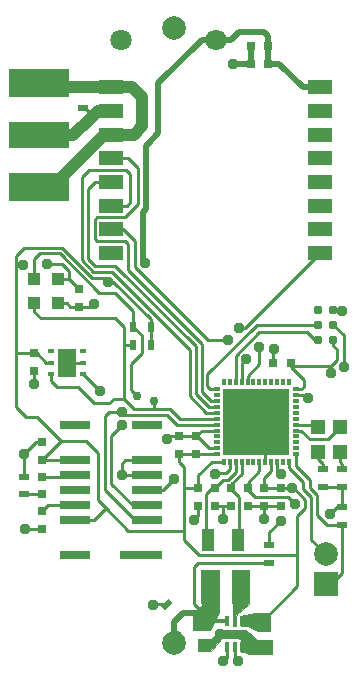
<source format=gtl>
G04 #@! TF.FileFunction,Copper,L1,Top,Signal*
%FSLAX46Y46*%
G04 Gerber Fmt 4.6, Leading zero omitted, Abs format (unit mm)*
G04 Created by KiCad (PCBNEW (2016-05-05 BZR 6775)-product) date Monday, 20 June 2016 'amt' 00:31:08*
%MOMM*%
%LPD*%
G01*
G04 APERTURE LIST*
%ADD10C,0.100000*%
%ADD11R,2.600000X0.700000*%
%ADD12R,2.600000X0.800000*%
%ADD13R,3.600000X0.800000*%
%ADD14C,2.000000*%
%ADD15R,0.900000X0.500000*%
%ADD16C,1.800000*%
%ADD17R,2.000000X1.200000*%
%ADD18R,0.750000X0.800000*%
%ADD19R,1.500000X3.000000*%
%ADD20R,0.400000X0.900000*%
%ADD21R,0.800000X0.750000*%
%ADD22R,2.000000X2.000000*%
%ADD23R,1.198880X1.198880*%
%ADD24C,0.787000*%
%ADD25R,0.500000X0.900000*%
%ADD26C,0.750000*%
%ADD27R,1.100000X1.900000*%
%ADD28R,0.300000X0.550000*%
%ADD29R,0.550000X0.300000*%
%ADD30R,1.000000X1.000000*%
%ADD31C,0.600000*%
%ADD32R,5.600000X5.600000*%
%ADD33R,5.080000X2.286000*%
%ADD34R,5.080000X2.413000*%
%ADD35R,0.600000X0.400000*%
%ADD36R,1.500000X2.400000*%
%ADD37C,0.960000*%
%ADD38C,0.250000*%
%ADD39C,0.500000*%
%ADD40C,0.300000*%
%ADD41C,0.750000*%
%ADD42C,1.000000*%
G04 APERTURE END LIST*
D10*
D11*
X123650000Y-130140000D03*
X117550000Y-130140000D03*
X117550000Y-128870000D03*
X117550000Y-127600000D03*
X117550000Y-126330000D03*
X117550000Y-125060000D03*
X123650000Y-128870000D03*
X123650000Y-127600000D03*
X123650000Y-126330000D03*
X123650000Y-125060000D03*
D12*
X117550000Y-133100000D03*
X117550000Y-122100000D03*
D13*
X123150000Y-133100000D03*
D12*
X123650000Y-122100000D03*
D14*
X126000000Y-140500000D03*
X126000000Y-88500000D03*
D15*
X118300000Y-93750000D03*
X118300000Y-95250000D03*
D16*
X116100000Y-97500000D03*
D17*
X120650000Y-93500000D03*
X138350000Y-107500000D03*
X138350000Y-105500000D03*
X138350000Y-103500000D03*
X138350000Y-101500000D03*
X138350000Y-99500000D03*
X138350000Y-97500000D03*
X138350000Y-95500000D03*
X138350000Y-93500000D03*
X120650000Y-95500000D03*
X120650000Y-97500000D03*
X120650000Y-99500000D03*
X120650000Y-101500000D03*
X120650000Y-103500000D03*
X120650000Y-105500000D03*
X120650000Y-107500000D03*
D15*
X140200000Y-130550000D03*
X140200000Y-129050000D03*
D18*
X133400000Y-139150000D03*
X133400000Y-140650000D03*
D15*
X134050000Y-133750000D03*
X134050000Y-132250000D03*
D19*
X129050000Y-135800000D03*
X131650000Y-135800000D03*
D20*
X130450000Y-138700000D03*
X131100000Y-138700000D03*
X131750000Y-138700000D03*
X130450000Y-140900000D03*
X131100000Y-140900000D03*
X131750000Y-140900000D03*
D21*
X133950000Y-90000000D03*
X132450000Y-90000000D03*
X133950000Y-91500000D03*
X132450000Y-91500000D03*
D22*
X138800000Y-135540000D03*
D14*
X138800000Y-133000000D03*
D16*
X121500000Y-89500000D03*
X129500000Y-89500000D03*
D23*
X140025000Y-122250980D03*
X140025000Y-124349020D03*
D15*
X140200000Y-125850000D03*
X140200000Y-127350000D03*
X138600000Y-125850000D03*
X138600000Y-127350000D03*
D18*
X128700000Y-139050000D03*
X128700000Y-140550000D03*
D10*
G36*
X126925305Y-138188909D02*
X126288909Y-138825305D01*
X125935355Y-138471751D01*
X126571751Y-137835355D01*
X126925305Y-138188909D01*
X126925305Y-138188909D01*
G37*
G36*
X125864645Y-137128249D02*
X125228249Y-137764645D01*
X124874695Y-137411091D01*
X125511091Y-136774695D01*
X125864645Y-137128249D01*
X125864645Y-137128249D01*
G37*
D23*
X138125000Y-122250980D03*
X138125000Y-124349020D03*
D18*
X130800000Y-127450000D03*
X130800000Y-128950000D03*
X129400000Y-127450000D03*
X129400000Y-128950000D03*
X132200000Y-127450000D03*
X132200000Y-128950000D03*
D21*
X135850000Y-116850000D03*
X134350000Y-116850000D03*
D18*
X135000000Y-127450000D03*
X135000000Y-128950000D03*
X133600000Y-127450000D03*
X133600000Y-128950000D03*
X114100000Y-117500000D03*
X114100000Y-116000000D03*
X127825000Y-124550000D03*
X127825000Y-123050000D03*
X126400000Y-124550000D03*
X126400000Y-123050000D03*
X117900000Y-110550000D03*
X117900000Y-112050000D03*
D24*
X139470000Y-114870000D03*
X138200000Y-114870000D03*
X139470000Y-113600000D03*
X138200000Y-113600000D03*
X139470000Y-112330000D03*
X138200000Y-112330000D03*
D25*
X122500000Y-115350000D03*
X124000000Y-115350000D03*
X124000000Y-113750000D03*
X122500000Y-113750000D03*
D26*
X124300000Y-120050000D03*
X122800000Y-119650000D03*
D27*
X131350000Y-131800000D03*
X128850000Y-131800000D03*
D28*
X130200000Y-125175000D03*
X130700000Y-125175000D03*
X131200000Y-125175000D03*
X131700000Y-125175000D03*
X132200000Y-125175000D03*
X132700000Y-125175000D03*
X133200000Y-125175000D03*
X133700000Y-125175000D03*
X134200000Y-125175000D03*
X134700000Y-125175000D03*
X135200000Y-125175000D03*
X135700000Y-125175000D03*
D29*
X136325000Y-124550000D03*
X136325000Y-124050000D03*
X136325000Y-123550000D03*
X136325000Y-123050000D03*
X136325000Y-122550000D03*
X136325000Y-122050000D03*
X136325000Y-121550000D03*
X136325000Y-121050000D03*
X136325000Y-120550000D03*
X136325000Y-120050000D03*
X136325000Y-119550000D03*
X136325000Y-119050000D03*
D28*
X135700000Y-118425000D03*
X135200000Y-118425000D03*
X134700000Y-118425000D03*
X134200000Y-118425000D03*
X133700000Y-118425000D03*
X133200000Y-118425000D03*
X132700000Y-118425000D03*
X132200000Y-118425000D03*
X131700000Y-118425000D03*
X131200000Y-118425000D03*
X130700000Y-118425000D03*
X130200000Y-118425000D03*
D29*
X129575000Y-119050000D03*
X129575000Y-119550000D03*
X129575000Y-120050000D03*
X129575000Y-120550000D03*
X129575000Y-121050000D03*
X129575000Y-121550000D03*
X129575000Y-122050000D03*
X129575000Y-122550000D03*
X129575000Y-123050000D03*
X129575000Y-123550000D03*
X129575000Y-124050000D03*
X129575000Y-124550000D03*
D22*
X131700000Y-123050000D03*
X134200000Y-123050000D03*
X131700000Y-120550000D03*
X134200000Y-120550000D03*
D30*
X131700000Y-123050000D03*
X134200000Y-123050000D03*
X131700000Y-120550000D03*
X134200000Y-120550000D03*
D31*
X130450000Y-124300000D03*
X132950000Y-124300000D03*
X135450000Y-124300000D03*
X130450000Y-121800000D03*
X132950000Y-121800000D03*
X135450000Y-121800000D03*
X130450000Y-119300000D03*
X132950000Y-119300000D03*
X135450000Y-119300000D03*
D32*
X132950000Y-121800000D03*
D18*
X128000000Y-127450000D03*
X128000000Y-128950000D03*
D15*
X113250000Y-127950000D03*
X113250000Y-126450000D03*
D18*
X114800000Y-126450000D03*
X114800000Y-127950000D03*
X114800000Y-129350000D03*
X114800000Y-130850000D03*
X114800000Y-125050000D03*
X114800000Y-123550000D03*
D33*
X114500000Y-97550000D03*
D34*
X114500000Y-101931500D03*
X114500000Y-93168500D03*
D30*
X116150000Y-109750000D03*
X114150000Y-109750000D03*
X116150000Y-111750000D03*
X114150000Y-111750000D03*
D35*
X118250000Y-117800000D03*
X118250000Y-116800000D03*
X118250000Y-115800000D03*
X115550000Y-117800000D03*
X115550000Y-116800000D03*
X115550000Y-115800000D03*
D36*
X116900000Y-116800000D03*
D37*
X130130000Y-142040000D03*
X128700000Y-138030000D03*
X137350000Y-119800000D03*
X125350000Y-123300000D03*
X114500000Y-101931500D03*
X114500000Y-93168500D03*
X134400000Y-115650000D03*
X124200000Y-137300000D03*
X119200000Y-111850000D03*
X123250000Y-95500000D03*
X131000000Y-91500000D03*
X114100000Y-118650000D03*
X116900000Y-116800000D03*
X113350000Y-130850000D03*
X113250000Y-124550000D03*
X121550000Y-126350000D03*
X127700000Y-130100000D03*
X130100000Y-130000000D03*
X133600000Y-130000000D03*
X139200000Y-129600000D03*
X140200000Y-112400000D03*
X131700000Y-139850000D03*
X129850000Y-139800000D03*
X123550000Y-108400000D03*
X120350000Y-109950000D03*
X139300000Y-117700000D03*
X113150000Y-108500000D03*
X115200000Y-108450000D03*
X136000000Y-127400000D03*
X131420000Y-142070000D03*
X132520000Y-138520000D03*
X140350000Y-117150000D03*
X136200000Y-128800000D03*
X121550000Y-122100000D03*
X119688150Y-119205000D03*
X121550000Y-120950000D03*
X131500000Y-113900000D03*
X133150000Y-115500000D03*
X130500000Y-114900000D03*
X132100000Y-116500000D03*
X135000000Y-126200000D03*
X135000000Y-130200000D03*
X125950000Y-126650000D03*
X129400000Y-126250000D03*
D38*
X134050000Y-133750000D02*
X128000000Y-133750000D01*
X128000000Y-133750000D02*
X127650000Y-134100000D01*
X127650000Y-134100000D02*
X127650000Y-137250000D01*
X127650000Y-137250000D02*
X128430000Y-138030000D01*
X128430000Y-138030000D02*
X128700000Y-138030000D01*
D39*
X126000000Y-138750000D02*
X126720000Y-138030000D01*
X126720000Y-138030000D02*
X128700000Y-138030000D01*
X126000000Y-140500000D02*
X126000000Y-138750000D01*
D38*
X128500000Y-136350000D02*
X129050000Y-135800000D01*
D40*
X130450000Y-138700000D02*
X129050000Y-138700000D01*
D38*
X128700000Y-138030000D02*
X128710000Y-138020000D01*
X128700000Y-138250000D02*
X128700000Y-138030000D01*
D41*
X128450000Y-138800000D02*
X128700000Y-139050000D01*
D40*
X129050000Y-138700000D02*
X128700000Y-139050000D01*
X128700000Y-139050000D02*
X128700000Y-138250000D01*
D38*
X130450000Y-141800000D02*
X130210000Y-142040000D01*
X130450000Y-140900000D02*
X130450000Y-141800000D01*
X130210000Y-142040000D02*
X130130000Y-142040000D01*
D41*
X126200000Y-139900000D02*
X126200000Y-140500000D01*
D39*
X132450000Y-90000000D02*
X132450000Y-91500000D01*
X132450000Y-91500000D02*
X131000000Y-91500000D01*
D38*
X116150000Y-111750000D02*
X116900000Y-111750000D01*
X116900000Y-111750000D02*
X117200000Y-112050000D01*
X117200000Y-112050000D02*
X117900000Y-112050000D01*
X133700000Y-125175000D02*
X133700000Y-122550000D01*
X129575000Y-122550000D02*
X128325000Y-122550000D01*
X128325000Y-122550000D02*
X127825000Y-123050000D01*
X127900000Y-123050000D02*
X128900000Y-124050000D01*
X128900000Y-124050000D02*
X129575000Y-124050000D01*
X127825000Y-123050000D02*
X127900000Y-123050000D01*
X136325000Y-119550000D02*
X137100000Y-119550000D01*
X137100000Y-119550000D02*
X137350000Y-119800000D01*
X126400000Y-123050000D02*
X125600000Y-123050000D01*
X125600000Y-123050000D02*
X125350000Y-123300000D01*
D42*
X123250000Y-96800000D02*
X122550000Y-97500000D01*
X122550000Y-97500000D02*
X120650000Y-97500000D01*
X123250000Y-95500000D02*
X123250000Y-96800000D01*
D38*
X118300000Y-93750000D02*
X120400000Y-93750000D01*
X120400000Y-93750000D02*
X120650000Y-93500000D01*
D42*
X120650000Y-93500000D02*
X114831500Y-93500000D01*
X114831500Y-93500000D02*
X114500000Y-93168500D01*
X120050000Y-97500000D02*
X115618500Y-101931500D01*
X115618500Y-101931500D02*
X114500000Y-101931500D01*
X120650000Y-97500000D02*
X120050000Y-97500000D01*
X115418500Y-101931500D02*
X114500000Y-101931500D01*
D38*
X134350000Y-116850000D02*
X134350000Y-115700000D01*
X134350000Y-115700000D02*
X134400000Y-115650000D01*
X125369670Y-137269670D02*
X124230330Y-137269670D01*
X117900000Y-112050000D02*
X119000000Y-112050000D01*
X119000000Y-112050000D02*
X119200000Y-111850000D01*
D42*
X122400000Y-93500000D02*
X123250000Y-94350000D01*
X123250000Y-94350000D02*
X123250000Y-95500000D01*
X120650000Y-93500000D02*
X122400000Y-93500000D01*
D38*
X114100000Y-117500000D02*
X114100000Y-118650000D01*
X114100000Y-117500000D02*
X114100000Y-117550000D01*
X118250000Y-116800000D02*
X116900000Y-116800000D01*
X114800000Y-130850000D02*
X113350000Y-130850000D01*
X114800000Y-123550000D02*
X114250000Y-123550000D01*
X114250000Y-123550000D02*
X113250000Y-124550000D01*
X113250000Y-126450000D02*
X113250000Y-124550000D01*
X121840000Y-125060000D02*
X121550000Y-125350000D01*
X121550000Y-125350000D02*
X121550000Y-126350000D01*
X123650000Y-125060000D02*
X121840000Y-125060000D01*
X123650000Y-126330000D02*
X121570000Y-126330000D01*
X121570000Y-126330000D02*
X121550000Y-126350000D01*
X132200000Y-122550000D02*
X132950000Y-121800000D01*
X126400000Y-123050000D02*
X127825000Y-123050000D01*
X128000000Y-128950000D02*
X128000000Y-129800000D01*
X128000000Y-129800000D02*
X127700000Y-130100000D01*
X130100000Y-128950000D02*
X129400000Y-128950000D01*
X130800000Y-128950000D02*
X130100000Y-128950000D01*
X130100000Y-128950000D02*
X130100000Y-130000000D01*
X133600000Y-128950000D02*
X132200000Y-128950000D01*
X133600000Y-128950000D02*
X133600000Y-130000000D01*
X133700000Y-122550000D02*
X132950000Y-121800000D01*
X133600000Y-128950000D02*
X135000000Y-128950000D01*
X140200000Y-129050000D02*
X139750000Y-129050000D01*
X139750000Y-129050000D02*
X139200000Y-129600000D01*
X140200000Y-127350000D02*
X140200000Y-129050000D01*
X140200000Y-127350000D02*
X138600000Y-127350000D01*
X135200000Y-119550000D02*
X132950000Y-121800000D01*
X139470000Y-112330000D02*
X140130000Y-112330000D01*
X140130000Y-112330000D02*
X140200000Y-112400000D01*
D40*
X133400000Y-140650000D02*
X132850000Y-140650000D01*
D38*
X132900000Y-140650000D02*
X132100000Y-139850000D01*
X133400000Y-140650000D02*
X132900000Y-140650000D01*
X132100000Y-139850000D02*
X131700000Y-139850000D01*
X131700000Y-139850000D02*
X130400000Y-139850000D01*
X130350000Y-139800000D02*
X129850000Y-139800000D01*
X130400000Y-139850000D02*
X130350000Y-139800000D01*
D39*
X133950000Y-91500000D02*
X134850000Y-91500000D01*
X134850000Y-91500000D02*
X136850000Y-93500000D01*
X136850000Y-93500000D02*
X138350000Y-93500000D01*
X133950000Y-90000000D02*
X133950000Y-91500000D01*
X129500000Y-89500000D02*
X130772792Y-89500000D01*
X130772792Y-89500000D02*
X131472792Y-88800000D01*
X131472792Y-88800000D02*
X133625000Y-88800000D01*
X133625000Y-88800000D02*
X133950000Y-89125000D01*
X133950000Y-89125000D02*
X133950000Y-90000000D01*
D38*
X114350000Y-121400000D02*
X116400000Y-123450000D01*
X114800000Y-125050000D02*
X116400000Y-123450000D01*
X116400000Y-123450000D02*
X118500000Y-123450000D01*
X118500000Y-123450000D02*
X119500000Y-124450000D01*
X119500000Y-124450000D02*
X119500000Y-128450000D01*
X119500000Y-128450000D02*
X120200000Y-129150000D01*
X114800000Y-125050000D02*
X117540000Y-125050000D01*
X114350000Y-121400000D02*
X113450000Y-121400000D01*
X112600000Y-120550000D02*
X112600000Y-116000000D01*
X113450000Y-121400000D02*
X112600000Y-120550000D01*
D39*
X123350000Y-104050000D02*
X123350000Y-108200000D01*
X123350000Y-108200000D02*
X123550000Y-108400000D01*
X123600000Y-103800000D02*
X123350000Y-104050000D01*
X123600000Y-98450000D02*
X123600000Y-103800000D01*
X123750000Y-98300000D02*
X123600000Y-98450000D01*
D38*
X124000000Y-113150000D02*
X120800000Y-109950000D01*
X120800000Y-109950000D02*
X120350000Y-109950000D01*
X124000000Y-113750000D02*
X124000000Y-113150000D01*
X119000000Y-109600000D02*
X120000000Y-109600000D01*
X120000000Y-109600000D02*
X120350000Y-109950000D01*
X116500000Y-107100000D02*
X119000000Y-109600000D01*
X116500000Y-107100000D02*
X113250000Y-107100000D01*
X113250000Y-107100000D02*
X112600000Y-107750000D01*
X112600000Y-107750000D02*
X112600000Y-108500000D01*
D39*
X124650000Y-97400000D02*
X123750000Y-98300000D01*
X124650000Y-93150000D02*
X124650000Y-97400000D01*
X128300000Y-89500000D02*
X124650000Y-93150000D01*
X129500000Y-89500000D02*
X128300000Y-89500000D01*
D38*
X139300000Y-117050000D02*
X139300000Y-117700000D01*
X139470000Y-114870000D02*
X139470000Y-115370000D01*
X139470000Y-115370000D02*
X139750000Y-115650000D01*
X139300000Y-117050000D02*
X136050000Y-117050000D01*
X139750000Y-115650000D02*
X139750000Y-116600000D01*
X139750000Y-116600000D02*
X139300000Y-117050000D01*
X136050000Y-117050000D02*
X135850000Y-116850000D01*
X136950000Y-118850000D02*
X136750000Y-119050000D01*
X136750000Y-119050000D02*
X136325000Y-119050000D01*
X136950000Y-118250000D02*
X136950000Y-118850000D01*
X135850000Y-117150000D02*
X136950000Y-118250000D01*
X135850000Y-116850000D02*
X135850000Y-117150000D01*
X124000000Y-113750000D02*
X124000000Y-115350000D01*
X122100000Y-131050000D02*
X126800000Y-131050000D01*
X117550000Y-130140000D02*
X119210000Y-130140000D01*
X120200000Y-129150000D02*
X122100000Y-131050000D01*
X119210000Y-130140000D02*
X120200000Y-129150000D01*
X126800000Y-131850000D02*
X126800000Y-131050000D01*
X126800000Y-131050000D02*
X126800000Y-127450000D01*
X133400000Y-138750000D02*
X136400000Y-135750000D01*
X136400000Y-135750000D02*
X136400000Y-135490000D01*
X133400000Y-139150000D02*
X133400000Y-138750000D01*
X133950000Y-91500000D02*
X133950000Y-91550000D01*
X129500000Y-89500000D02*
X130000000Y-89500000D01*
X117100000Y-109050000D02*
X116500000Y-108450000D01*
X116500000Y-108450000D02*
X115200000Y-108450000D01*
X117100000Y-109750000D02*
X117100000Y-109050000D01*
X117950000Y-110500000D02*
X117900000Y-110550000D01*
X116150000Y-109750000D02*
X117100000Y-109750000D01*
X117100000Y-109750000D02*
X117900000Y-110550000D01*
X112600000Y-116000000D02*
X112600000Y-108500000D01*
X113150000Y-108500000D02*
X112600000Y-108500000D01*
X113600000Y-116000000D02*
X112600000Y-116000000D01*
X116400000Y-110000000D02*
X116150000Y-109750000D01*
X114100000Y-116000000D02*
X113600000Y-116000000D01*
X115150000Y-116800000D02*
X114350000Y-116000000D01*
X114350000Y-116000000D02*
X114100000Y-116000000D01*
X115550000Y-116800000D02*
X115150000Y-116800000D01*
X117540000Y-125050000D02*
X117550000Y-125060000D01*
X129175000Y-125175000D02*
X128000000Y-126350000D01*
X128000000Y-126350000D02*
X128000000Y-127450000D01*
X130200000Y-125175000D02*
X129175000Y-125175000D01*
X126800000Y-127450000D02*
X126800000Y-125650000D01*
X127250000Y-127450000D02*
X126800000Y-127450000D01*
X136400000Y-133050000D02*
X132400000Y-133050000D01*
X132400000Y-133050000D02*
X132350000Y-133100000D01*
X132350000Y-133100000D02*
X128050000Y-133100000D01*
X128050000Y-133100000D02*
X126800000Y-131850000D01*
X126800000Y-125650000D02*
X126400000Y-125250000D01*
X126400000Y-125250000D02*
X126400000Y-124550000D01*
X127250000Y-127450000D02*
X128000000Y-127450000D01*
X136400000Y-133050000D02*
X136400000Y-135490000D01*
X136400000Y-129800000D02*
X136400000Y-133050000D01*
X136000000Y-127400000D02*
X136100000Y-127400000D01*
X136100000Y-127400000D02*
X137100000Y-128400000D01*
X137100000Y-128400000D02*
X137100000Y-129100000D01*
X137100000Y-129100000D02*
X136400000Y-129800000D01*
X127825000Y-124550000D02*
X129575000Y-124550000D01*
X126400000Y-124550000D02*
X127825000Y-124550000D01*
X133600000Y-127450000D02*
X135000000Y-127450000D01*
X134200000Y-126000000D02*
X133600000Y-126600000D01*
X133600000Y-126600000D02*
X133600000Y-127450000D01*
X134200000Y-125175000D02*
X134200000Y-126000000D01*
X136000000Y-127400000D02*
X135050000Y-127400000D01*
X135050000Y-127400000D02*
X135000000Y-127450000D01*
X139470000Y-114870000D02*
X139470000Y-115070000D01*
X132520000Y-138520000D02*
X132340000Y-138700000D01*
X132770000Y-138520000D02*
X133400000Y-139150000D01*
X132520000Y-138520000D02*
X132770000Y-138520000D01*
X132340000Y-138700000D02*
X131750000Y-138700000D01*
X131100000Y-140900000D02*
X131100000Y-141750000D01*
X131100000Y-141750000D02*
X131420000Y-142070000D01*
X131700000Y-126200000D02*
X130800000Y-127100000D01*
X130800000Y-127100000D02*
X130800000Y-127450000D01*
X131700000Y-125175000D02*
X131700000Y-126200000D01*
X131500000Y-128200000D02*
X131500000Y-131650000D01*
X131500000Y-131650000D02*
X131350000Y-131800000D01*
X130800000Y-127500000D02*
X131500000Y-128200000D01*
X130800000Y-127450000D02*
X130800000Y-127500000D01*
X131500000Y-130950000D02*
X131550000Y-131000000D01*
X130800000Y-127450000D02*
X130800000Y-127600000D01*
X130550000Y-126700000D02*
X130150000Y-126700000D01*
X130150000Y-126700000D02*
X129400000Y-127450000D01*
X131200000Y-126050000D02*
X130550000Y-126700000D01*
X131200000Y-125175000D02*
X131200000Y-126050000D01*
X129450000Y-127450000D02*
X129400000Y-127450000D01*
X128700000Y-127900000D02*
X128700000Y-131650000D01*
X128700000Y-131650000D02*
X128850000Y-131800000D01*
X129150000Y-127450000D02*
X128700000Y-127900000D01*
X129400000Y-127450000D02*
X129150000Y-127450000D01*
X129400000Y-127450000D02*
X129350000Y-127450000D01*
X133200000Y-125175000D02*
X133200000Y-126000000D01*
X133200000Y-126000000D02*
X132200000Y-127000000D01*
X139470000Y-113600000D02*
X140350000Y-114480000D01*
X140350000Y-114480000D02*
X140350000Y-115150000D01*
X140350000Y-117150000D02*
X140350000Y-115150000D01*
X135600000Y-128200000D02*
X132800000Y-128200000D01*
X136200000Y-128800000D02*
X135600000Y-128200000D01*
X132200000Y-127600000D02*
X132800000Y-128200000D01*
X132200000Y-127450000D02*
X132200000Y-127600000D01*
X132200000Y-127000000D02*
X132200000Y-127450000D01*
X139470000Y-113600000D02*
X139470000Y-113670000D01*
X116100000Y-97500000D02*
X114550000Y-97500000D01*
X114550000Y-97500000D02*
X114500000Y-97550000D01*
X117800000Y-96650000D02*
X117800000Y-97200000D01*
X117800000Y-97200000D02*
X117450000Y-97550000D01*
D42*
X119500000Y-95500000D02*
X118950000Y-96050000D01*
X118950000Y-96050000D02*
X117450000Y-97550000D01*
D38*
X118450000Y-95250000D02*
X118950000Y-95750000D01*
X118950000Y-95750000D02*
X118950000Y-96050000D01*
X118300000Y-95250000D02*
X118450000Y-95250000D01*
D42*
X117450000Y-97550000D02*
X114500000Y-97550000D01*
X120650000Y-95500000D02*
X119500000Y-95500000D01*
D38*
X140025000Y-125225000D02*
X140200000Y-125400000D01*
X140200000Y-125400000D02*
X140200000Y-125850000D01*
X140025000Y-124349020D02*
X140025000Y-125225000D01*
X138125000Y-124925000D02*
X138600000Y-125400000D01*
X138600000Y-125400000D02*
X138600000Y-125850000D01*
X138125000Y-124349020D02*
X138125000Y-124925000D01*
X133200000Y-114200000D02*
X131200000Y-116200000D01*
X131200000Y-116200000D02*
X131200000Y-118425000D01*
X137200000Y-114200000D02*
X133200000Y-114200000D01*
X137870000Y-114870000D02*
X137200000Y-114200000D01*
X138200000Y-114870000D02*
X137870000Y-114870000D01*
X128800000Y-118800000D02*
X129050000Y-119050000D01*
X129050000Y-119050000D02*
X129575000Y-119050000D01*
X128800000Y-117800000D02*
X128800000Y-118800000D01*
X133000000Y-113600000D02*
X128800000Y-117800000D01*
X138200000Y-113600000D02*
X133000000Y-113600000D01*
X138050000Y-129700000D02*
X138900000Y-130550000D01*
X138900000Y-130550000D02*
X140200000Y-130550000D01*
X138050000Y-128000000D02*
X138050000Y-129700000D01*
X137500000Y-127450000D02*
X138050000Y-128000000D01*
X137500000Y-126700000D02*
X137500000Y-127450000D01*
X136325000Y-125525000D02*
X137500000Y-126700000D01*
X136325000Y-124550000D02*
X136325000Y-125525000D01*
X139260000Y-135540000D02*
X140200000Y-134600000D01*
X140200000Y-134600000D02*
X140200000Y-130550000D01*
X138800000Y-135540000D02*
X139260000Y-135540000D01*
X121750000Y-119850000D02*
X120900000Y-119850000D01*
X120900000Y-119850000D02*
X120500000Y-120250000D01*
X120500000Y-120250000D02*
X119200000Y-120250000D01*
X119200000Y-120250000D02*
X117822000Y-118872000D01*
X117822000Y-118872000D02*
X116078000Y-118872000D01*
X116078000Y-118872000D02*
X115550000Y-118344000D01*
X115550000Y-118344000D02*
X115550000Y-117800000D01*
X121750000Y-115100000D02*
X121750000Y-113800000D01*
X121750000Y-115400000D02*
X121750000Y-115100000D01*
X121750000Y-115100000D02*
X121750000Y-119850000D01*
X121750000Y-119850000D02*
X122600000Y-120700000D01*
X114680000Y-113030000D02*
X120980000Y-113030000D01*
X120980000Y-113030000D02*
X121750000Y-113800000D01*
X114150000Y-111750000D02*
X114150000Y-112500000D01*
X114150000Y-112500000D02*
X114680000Y-113030000D01*
X124300000Y-120050000D02*
X124300000Y-120700000D01*
X122500000Y-115350000D02*
X121800000Y-115350000D01*
X121800000Y-115350000D02*
X121750000Y-115400000D01*
X123650000Y-120700000D02*
X124300000Y-120700000D01*
X124300000Y-120700000D02*
X125600000Y-120700000D01*
X120650000Y-123000000D02*
X120650000Y-127050000D01*
X121550000Y-122100000D02*
X120650000Y-123000000D01*
X122600000Y-120700000D02*
X123650000Y-120700000D01*
X125600000Y-120700000D02*
X126450000Y-121550000D01*
X126450000Y-121550000D02*
X129575000Y-121550000D01*
X123650000Y-128870000D02*
X122470000Y-128870000D01*
X122470000Y-128870000D02*
X120650000Y-127050000D01*
X123650000Y-128870000D02*
X122620000Y-128870000D01*
X118250000Y-117800000D02*
X118283150Y-117800000D01*
X118283150Y-117800000D02*
X119688150Y-119205000D01*
X120950000Y-110900000D02*
X119650000Y-110900000D01*
X119650000Y-110900000D02*
X116300000Y-107550000D01*
X122500000Y-112450000D02*
X120950000Y-110900000D01*
X122500000Y-113750000D02*
X122500000Y-112450000D01*
X116300000Y-107550000D02*
X114600000Y-107550000D01*
X114600000Y-107550000D02*
X114150000Y-108000000D01*
X114150000Y-108000000D02*
X114150000Y-109750000D01*
X123250000Y-115950000D02*
X123250000Y-114500000D01*
X123250000Y-114500000D02*
X122500000Y-113750000D01*
X122300000Y-116900000D02*
X123250000Y-115950000D01*
X122300000Y-119150000D02*
X122300000Y-116900000D01*
X122300000Y-119150000D02*
X122800000Y-119650000D01*
X120100000Y-127600000D02*
X120100000Y-121350000D01*
X120100000Y-121350000D02*
X120500000Y-120950000D01*
X120500000Y-120950000D02*
X121550000Y-120950000D01*
X125350000Y-121200000D02*
X121800000Y-121200000D01*
X121800000Y-121200000D02*
X121550000Y-120950000D01*
X126200000Y-122050000D02*
X125350000Y-121200000D01*
X129575000Y-122050000D02*
X126200000Y-122050000D01*
X123650000Y-130140000D02*
X122640000Y-130140000D01*
X122640000Y-130140000D02*
X120100000Y-127600000D01*
X131500000Y-113900000D02*
X131950000Y-113900000D01*
X131950000Y-113900000D02*
X138350000Y-107500000D01*
X132200000Y-117900000D02*
X133150000Y-116950000D01*
X133150000Y-116950000D02*
X133150000Y-115500000D01*
X132200000Y-118425000D02*
X132200000Y-117900000D01*
X129575000Y-120050000D02*
X129100000Y-120050000D01*
X122900000Y-100300000D02*
X122100000Y-99500000D01*
X129100000Y-120050000D02*
X128300000Y-119250000D01*
X128300000Y-115200000D02*
X122100000Y-109000000D01*
X128300000Y-119250000D02*
X128300000Y-115200000D01*
X121800000Y-104500000D02*
X122900000Y-103400000D01*
X122100000Y-109000000D02*
X122100000Y-106800000D01*
X122100000Y-106800000D02*
X121800000Y-106500000D01*
X121800000Y-106500000D02*
X119450000Y-106500000D01*
X119450000Y-106500000D02*
X119250000Y-106300000D01*
X122900000Y-103400000D02*
X122900000Y-100300000D01*
X119250000Y-106300000D02*
X119250000Y-104700000D01*
X119250000Y-104700000D02*
X119450000Y-104500000D01*
X119450000Y-104500000D02*
X121800000Y-104500000D01*
X122100000Y-99500000D02*
X120650000Y-99500000D01*
X129575000Y-120550000D02*
X128900000Y-120550000D01*
X127800000Y-115400000D02*
X121000000Y-108600000D01*
X128900000Y-120550000D02*
X127800000Y-119450000D01*
X119300000Y-108600000D02*
X118700000Y-108000000D01*
X127800000Y-119450000D02*
X127800000Y-115400000D01*
X118700000Y-108000000D02*
X118700000Y-102100000D01*
X121000000Y-108600000D02*
X119300000Y-108600000D01*
X118700000Y-102100000D02*
X119300000Y-101500000D01*
X119300000Y-101500000D02*
X120650000Y-101500000D01*
X129575000Y-121050000D02*
X128700000Y-121050000D01*
X118200000Y-108150000D02*
X118200000Y-101100000D01*
X128700000Y-121050000D02*
X127300000Y-119650000D01*
X121900000Y-100500000D02*
X122250000Y-100850000D01*
X127300000Y-119650000D02*
X127300000Y-115700000D01*
X127300000Y-115700000D02*
X120700000Y-109100000D01*
X118200000Y-101100000D02*
X118800000Y-100500000D01*
X120700000Y-109100000D02*
X119150000Y-109100000D01*
X119150000Y-109100000D02*
X118200000Y-108150000D01*
X118800000Y-100500000D02*
X121900000Y-100500000D01*
X122250000Y-100850000D02*
X122250000Y-103200000D01*
X122250000Y-103200000D02*
X121950000Y-103500000D01*
X121950000Y-103500000D02*
X120650000Y-103500000D01*
X122650000Y-106500000D02*
X121650000Y-105500000D01*
X121650000Y-105500000D02*
X120650000Y-105500000D01*
X122650000Y-108700000D02*
X122650000Y-106500000D01*
X128850000Y-114900000D02*
X122650000Y-108700000D01*
X130500000Y-114900000D02*
X128850000Y-114900000D01*
X131700000Y-118425000D02*
X131700000Y-116900000D01*
X131700000Y-116900000D02*
X132100000Y-116500000D01*
X140025000Y-122250980D02*
X138975980Y-123300000D01*
X138975980Y-123300000D02*
X137450000Y-123300000D01*
X137450000Y-123300000D02*
X136700000Y-122550000D01*
X136700000Y-122550000D02*
X136325000Y-122550000D01*
X136325000Y-122050000D02*
X137924020Y-122050000D01*
X137924020Y-122050000D02*
X138125000Y-122250980D01*
X135700000Y-125175000D02*
X135700000Y-125700000D01*
X136900000Y-127500000D02*
X137600000Y-128200000D01*
X135700000Y-125700000D02*
X136900000Y-126900000D01*
X136900000Y-126900000D02*
X136900000Y-127500000D01*
X137600000Y-128200000D02*
X137600000Y-131800000D01*
X137600000Y-131800000D02*
X138800000Y-133000000D01*
X134050000Y-132250000D02*
X134050000Y-131150000D01*
X134050000Y-131150000D02*
X135000000Y-130200000D01*
X135000000Y-126200000D02*
X134700000Y-125900000D01*
X134700000Y-125900000D02*
X134700000Y-125175000D01*
X125000000Y-127600000D02*
X125950000Y-126650000D01*
X123650000Y-127600000D02*
X125000000Y-127600000D01*
X130350000Y-126150000D02*
X129500000Y-126150000D01*
X129500000Y-126150000D02*
X129400000Y-126250000D01*
X130700000Y-125800000D02*
X130350000Y-126150000D01*
X130700000Y-125175000D02*
X130700000Y-125800000D01*
X114800000Y-129350000D02*
X115280000Y-128870000D01*
X115280000Y-128870000D02*
X117550000Y-128870000D01*
X114800000Y-126450000D02*
X117430000Y-126450000D01*
X117430000Y-126450000D02*
X117550000Y-126330000D01*
X113250000Y-127950000D02*
X114800000Y-127950000D01*
D10*
G36*
X133016660Y-140287262D02*
X133033458Y-140297184D01*
X133050000Y-140300000D01*
X134250000Y-140300000D01*
X134250000Y-141450000D01*
X132261803Y-141450000D01*
X131972361Y-141305279D01*
X131950000Y-141300000D01*
X131600000Y-141300000D01*
X131600000Y-140150000D01*
X131596194Y-140130866D01*
X131585355Y-140114645D01*
X131569134Y-140103806D01*
X131550000Y-140100000D01*
X130050000Y-140100000D01*
X130030866Y-140103806D01*
X130011452Y-140118156D01*
X129076450Y-141250000D01*
X128000000Y-141250000D01*
X128000000Y-140200000D01*
X129050000Y-140200000D01*
X129069134Y-140196194D01*
X129080000Y-140190000D01*
X130066667Y-139450000D01*
X132080897Y-139450000D01*
X133016660Y-140287262D01*
X133016660Y-140287262D01*
G37*
X133016660Y-140287262D02*
X133033458Y-140297184D01*
X133050000Y-140300000D01*
X134250000Y-140300000D01*
X134250000Y-141450000D01*
X132261803Y-141450000D01*
X131972361Y-141305279D01*
X131950000Y-141300000D01*
X131600000Y-141300000D01*
X131600000Y-140150000D01*
X131596194Y-140130866D01*
X131585355Y-140114645D01*
X131569134Y-140103806D01*
X131550000Y-140100000D01*
X130050000Y-140100000D01*
X130030866Y-140103806D01*
X130011452Y-140118156D01*
X129076450Y-141250000D01*
X128000000Y-141250000D01*
X128000000Y-140200000D01*
X129050000Y-140200000D01*
X129069134Y-140196194D01*
X129080000Y-140190000D01*
X130066667Y-139450000D01*
X132080897Y-139450000D01*
X133016660Y-140287262D01*
G36*
X134100000Y-139500000D02*
X133061803Y-139500000D01*
X132272361Y-139105279D01*
X132250000Y-139100000D01*
X131600000Y-139100000D01*
X131600000Y-138289776D01*
X132855696Y-138000000D01*
X134100000Y-138000000D01*
X134100000Y-139500000D01*
X134100000Y-139500000D01*
G37*
X134100000Y-139500000D02*
X133061803Y-139500000D01*
X132272361Y-139105279D01*
X132250000Y-139100000D01*
X131600000Y-139100000D01*
X131600000Y-138289776D01*
X132855696Y-138000000D01*
X134100000Y-138000000D01*
X134100000Y-139500000D01*
G36*
X132350000Y-137274734D02*
X131420340Y-137959747D01*
X131407125Y-137974275D01*
X131257125Y-138224275D01*
X131250000Y-138250000D01*
X131250000Y-139100000D01*
X130950000Y-139100000D01*
X130950000Y-134350000D01*
X132350000Y-134350000D01*
X132350000Y-137274734D01*
X132350000Y-137274734D01*
G37*
X132350000Y-137274734D02*
X131420340Y-137959747D01*
X131407125Y-137974275D01*
X131257125Y-138224275D01*
X131250000Y-138250000D01*
X131250000Y-139100000D01*
X130950000Y-139100000D01*
X130950000Y-134350000D01*
X132350000Y-134350000D01*
X132350000Y-137274734D01*
G36*
X129750000Y-137888539D02*
X129018648Y-139400000D01*
X127600000Y-139400000D01*
X127600000Y-138070710D01*
X128335355Y-137335355D01*
X128346194Y-137319134D01*
X128350000Y-137300000D01*
X128350000Y-134350000D01*
X129750000Y-134350000D01*
X129750000Y-137888539D01*
X129750000Y-137888539D01*
G37*
X129750000Y-137888539D02*
X129018648Y-139400000D01*
X127600000Y-139400000D01*
X127600000Y-138070710D01*
X128335355Y-137335355D01*
X128346194Y-137319134D01*
X128350000Y-137300000D01*
X128350000Y-134350000D01*
X129750000Y-134350000D01*
X129750000Y-137888539D01*
M02*

</source>
